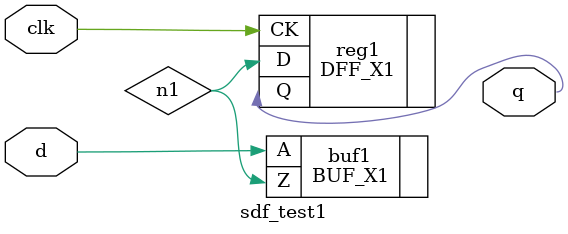
<source format=v>
module sdf_test1 (clk, d, q);
  input clk, d;
  output q;
  wire n1;

  BUF_X1 buf1 (.A(d), .Z(n1));
  DFF_X1 reg1 (.D(n1), .CK(clk), .Q(q));
endmodule

</source>
